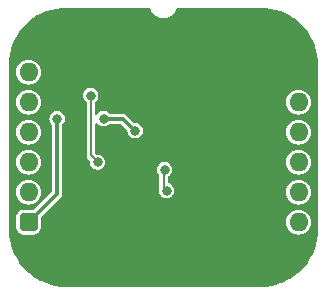
<source format=gbl>
%TF.GenerationSoftware,KiCad,Pcbnew,8.0.4*%
%TF.CreationDate,2024-08-12T20:09:22+02:00*%
%TF.ProjectId,W65C816 Latch,57363543-3831-4362-904c-617463682e6b,V1*%
%TF.SameCoordinates,PX54c81a0PY37b6b20*%
%TF.FileFunction,Copper,L2,Bot*%
%TF.FilePolarity,Positive*%
%FSLAX46Y46*%
G04 Gerber Fmt 4.6, Leading zero omitted, Abs format (unit mm)*
G04 Created by KiCad (PCBNEW 8.0.4) date 2024-08-12 20:09:22*
%MOMM*%
%LPD*%
G01*
G04 APERTURE LIST*
G04 Aperture macros list*
%AMRoundRect*
0 Rectangle with rounded corners*
0 $1 Rounding radius*
0 $2 $3 $4 $5 $6 $7 $8 $9 X,Y pos of 4 corners*
0 Add a 4 corners polygon primitive as box body*
4,1,4,$2,$3,$4,$5,$6,$7,$8,$9,$2,$3,0*
0 Add four circle primitives for the rounded corners*
1,1,$1+$1,$2,$3*
1,1,$1+$1,$4,$5*
1,1,$1+$1,$6,$7*
1,1,$1+$1,$8,$9*
0 Add four rect primitives between the rounded corners*
20,1,$1+$1,$2,$3,$4,$5,0*
20,1,$1+$1,$4,$5,$6,$7,0*
20,1,$1+$1,$6,$7,$8,$9,0*
20,1,$1+$1,$8,$9,$2,$3,0*%
G04 Aperture macros list end*
%TA.AperFunction,ComponentPad*%
%ADD10O,1.600000X1.600000*%
%TD*%
%TA.AperFunction,ComponentPad*%
%ADD11RoundRect,0.400000X-0.400000X-0.400000X0.400000X-0.400000X0.400000X0.400000X-0.400000X0.400000X0*%
%TD*%
%TA.AperFunction,ComponentPad*%
%ADD12R,1.600000X1.600000*%
%TD*%
%TA.AperFunction,ViaPad*%
%ADD13C,0.800000*%
%TD*%
%TA.AperFunction,Conductor*%
%ADD14C,0.380000*%
%TD*%
%TA.AperFunction,Conductor*%
%ADD15C,0.200000*%
%TD*%
G04 APERTURE END LIST*
D10*
%TO.P,J2,1,Pin_1*%
%TO.N,unconnected-(J2-Pin_1-Pad1)*%
X0Y0D03*
%TO.P,J2,2,Pin_2*%
%TO.N,unconnected-(J2-Pin_2-Pad2)*%
X0Y-2540000D03*
%TO.P,J2,3,Pin_3*%
%TO.N,/~{PHI2}*%
X0Y-5080000D03*
%TO.P,J2,4,Pin_4*%
%TO.N,unconnected-(J2-Pin_4-Pad4)*%
X0Y-7620000D03*
%TO.P,J2,5,Pin_5*%
%TO.N,unconnected-(J2-Pin_5-Pad5)*%
X0Y-10160000D03*
D11*
%TO.P,J2,6,Pin_6*%
%TO.N,3.3V*%
X0Y-12700000D03*
D10*
%TO.P,J2,7,Pin_7*%
%TO.N,unconnected-(J2-Pin_7-Pad7)*%
X22860000Y-12700000D03*
%TO.P,J2,8,Pin_8*%
%TO.N,unconnected-(J2-Pin_8-Pad8)*%
X22860000Y-10160000D03*
%TO.P,J2,9,Pin_9*%
%TO.N,/~{Trans Out}*%
X22860000Y-7620000D03*
%TO.P,J2,10,Pin_10*%
%TO.N,/Bank Latch*%
X22860000Y-5080000D03*
%TO.P,J2,11,Pin_11*%
%TO.N,unconnected-(J2-Pin_11-Pad11)*%
X22860000Y-2540000D03*
D12*
%TO.P,J2,12,Pin_12*%
%TO.N,GND*%
X22860000Y0D03*
%TD*%
D13*
%TO.N,GND*%
X6225000Y-8805944D03*
X13970000Y-127000D03*
X11939252Y-6917037D03*
%TO.N,3.3V*%
X2413000Y-3937000D03*
X6350000Y-3937000D03*
X9017000Y-4953000D03*
%TO.N,Net-(IC1-4Y)*%
X11514502Y-8255000D03*
X11684000Y-10033000D03*
%TO.N,Net-(IC1-2Y)*%
X5264919Y-1974081D03*
X5842000Y-7620000D03*
%TD*%
D14*
%TO.N,GND*%
X8113907Y-6917037D02*
X6225000Y-8805944D01*
X13970000Y-4886289D02*
X11939252Y-6917037D01*
X13970000Y-127000D02*
X13970000Y-4886289D01*
X11939252Y-6917037D02*
X8113907Y-6917037D01*
%TO.N,3.3V*%
X8001000Y-3937000D02*
X6350000Y-3937000D01*
X2413000Y-10287000D02*
X2413000Y-3937000D01*
X0Y-12700000D02*
X2413000Y-10287000D01*
X9017000Y-4953000D02*
X8001000Y-3937000D01*
D15*
%TO.N,Net-(IC1-4Y)*%
X11514502Y-8255000D02*
X11430000Y-8339502D01*
X11430000Y-8339502D02*
X11430000Y-9779000D01*
X11430000Y-9779000D02*
X11684000Y-10033000D01*
%TO.N,Net-(IC1-2Y)*%
X5264919Y-1974081D02*
X5264919Y-7042919D01*
X5264919Y-7042919D02*
X5842000Y-7620000D01*
%TD*%
%TA.AperFunction,Conductor*%
%TO.N,GND*%
G36*
X21721042Y5014081D02*
G01*
X21730834Y5009515D01*
X22094965Y4819961D01*
X22104305Y4814568D01*
X22428511Y4608026D01*
X22450516Y4594007D01*
X22459377Y4587803D01*
X22785050Y4337906D01*
X22793337Y4330952D01*
X23095980Y4053630D01*
X23103629Y4045981D01*
X23380951Y3743338D01*
X23387905Y3735051D01*
X23637802Y3409378D01*
X23644006Y3400517D01*
X23864559Y3054320D01*
X23869968Y3044952D01*
X24059511Y2680841D01*
X24064083Y2671037D01*
X24221173Y2291791D01*
X24224872Y2281628D01*
X24264077Y2157285D01*
X24348311Y1890131D01*
X24351111Y1879681D01*
X24439958Y1478916D01*
X24441836Y1468263D01*
X24495415Y1061289D01*
X24496358Y1050513D01*
X24514382Y637703D01*
X24514500Y632294D01*
X24514500Y-13332293D01*
X24514382Y-13337702D01*
X24496358Y-13750512D01*
X24495415Y-13761288D01*
X24441836Y-14168262D01*
X24439958Y-14178915D01*
X24351111Y-14579680D01*
X24348311Y-14590130D01*
X24224873Y-14981625D01*
X24221173Y-14991790D01*
X24064083Y-15371036D01*
X24059511Y-15380840D01*
X23869968Y-15744951D01*
X23864559Y-15754319D01*
X23644006Y-16100516D01*
X23637802Y-16109377D01*
X23387905Y-16435050D01*
X23380951Y-16443337D01*
X23103629Y-16745980D01*
X23095980Y-16753629D01*
X22793337Y-17030951D01*
X22785050Y-17037905D01*
X22459377Y-17287802D01*
X22450516Y-17294006D01*
X22104319Y-17514559D01*
X22094951Y-17519968D01*
X21730840Y-17709511D01*
X21721036Y-17714083D01*
X21590000Y-17768359D01*
X21590000Y-12700000D01*
X21804417Y-12700000D01*
X21824699Y-12905932D01*
X21824700Y-12905934D01*
X21884768Y-13103954D01*
X21982315Y-13286450D01*
X21982317Y-13286452D01*
X22113589Y-13446410D01*
X22210209Y-13525702D01*
X22273550Y-13577685D01*
X22456046Y-13675232D01*
X22654066Y-13735300D01*
X22654065Y-13735300D01*
X22672529Y-13737118D01*
X22860000Y-13755583D01*
X23065934Y-13735300D01*
X23263954Y-13675232D01*
X23446450Y-13577685D01*
X23606410Y-13446410D01*
X23737685Y-13286450D01*
X23835232Y-13103954D01*
X23895300Y-12905934D01*
X23915583Y-12700000D01*
X23895300Y-12494066D01*
X23835232Y-12296046D01*
X23737685Y-12113550D01*
X23685702Y-12050209D01*
X23606410Y-11953589D01*
X23446452Y-11822317D01*
X23446453Y-11822317D01*
X23446450Y-11822315D01*
X23263954Y-11724768D01*
X23065934Y-11664700D01*
X23065932Y-11664699D01*
X23065934Y-11664699D01*
X22860000Y-11644417D01*
X22654067Y-11664699D01*
X22456043Y-11724769D01*
X22345898Y-11783643D01*
X22273550Y-11822315D01*
X22273548Y-11822316D01*
X22273547Y-11822317D01*
X22113589Y-11953589D01*
X21982317Y-12113547D01*
X21884769Y-12296043D01*
X21824699Y-12494067D01*
X21804417Y-12700000D01*
X21590000Y-12700000D01*
X21590000Y-10160000D01*
X21804417Y-10160000D01*
X21824699Y-10365932D01*
X21824700Y-10365934D01*
X21884768Y-10563954D01*
X21982315Y-10746450D01*
X21982317Y-10746452D01*
X22113589Y-10906410D01*
X22210209Y-10985702D01*
X22273550Y-11037685D01*
X22456046Y-11135232D01*
X22654066Y-11195300D01*
X22654065Y-11195300D01*
X22672529Y-11197118D01*
X22860000Y-11215583D01*
X23065934Y-11195300D01*
X23263954Y-11135232D01*
X23446450Y-11037685D01*
X23606410Y-10906410D01*
X23737685Y-10746450D01*
X23835232Y-10563954D01*
X23895300Y-10365934D01*
X23915583Y-10160000D01*
X23895300Y-9954066D01*
X23835232Y-9756046D01*
X23737685Y-9573550D01*
X23685702Y-9510209D01*
X23606410Y-9413589D01*
X23446452Y-9282317D01*
X23446453Y-9282317D01*
X23446450Y-9282315D01*
X23263954Y-9184768D01*
X23065934Y-9124700D01*
X23065932Y-9124699D01*
X23065934Y-9124699D01*
X22860000Y-9104417D01*
X22654067Y-9124699D01*
X22456043Y-9184769D01*
X22345898Y-9243643D01*
X22273550Y-9282315D01*
X22273548Y-9282316D01*
X22273547Y-9282317D01*
X22113589Y-9413589D01*
X21982317Y-9573547D01*
X21884769Y-9756043D01*
X21824699Y-9954067D01*
X21804417Y-10160000D01*
X21590000Y-10160000D01*
X21590000Y-7620000D01*
X21804417Y-7620000D01*
X21824699Y-7825932D01*
X21824700Y-7825934D01*
X21884768Y-8023954D01*
X21982315Y-8206450D01*
X21982317Y-8206452D01*
X22113589Y-8366410D01*
X22210209Y-8445702D01*
X22273550Y-8497685D01*
X22456046Y-8595232D01*
X22654066Y-8655300D01*
X22654065Y-8655300D01*
X22672529Y-8657118D01*
X22860000Y-8675583D01*
X23065934Y-8655300D01*
X23263954Y-8595232D01*
X23446450Y-8497685D01*
X23606410Y-8366410D01*
X23737685Y-8206450D01*
X23835232Y-8023954D01*
X23895300Y-7825934D01*
X23915583Y-7620000D01*
X23895300Y-7414066D01*
X23835232Y-7216046D01*
X23737685Y-7033550D01*
X23685702Y-6970209D01*
X23606410Y-6873589D01*
X23446452Y-6742317D01*
X23446453Y-6742317D01*
X23446450Y-6742315D01*
X23263954Y-6644768D01*
X23065934Y-6584700D01*
X23065932Y-6584699D01*
X23065934Y-6584699D01*
X22860000Y-6564417D01*
X22654067Y-6584699D01*
X22456043Y-6644769D01*
X22345898Y-6703643D01*
X22273550Y-6742315D01*
X22273548Y-6742316D01*
X22273547Y-6742317D01*
X22113589Y-6873589D01*
X21982317Y-7033547D01*
X21884769Y-7216043D01*
X21824699Y-7414067D01*
X21804417Y-7620000D01*
X21590000Y-7620000D01*
X21590000Y-5080000D01*
X21804417Y-5080000D01*
X21824699Y-5285932D01*
X21824700Y-5285934D01*
X21884768Y-5483954D01*
X21982315Y-5666450D01*
X21982317Y-5666452D01*
X22113589Y-5826410D01*
X22210209Y-5905702D01*
X22273550Y-5957685D01*
X22456046Y-6055232D01*
X22654066Y-6115300D01*
X22654065Y-6115300D01*
X22672529Y-6117118D01*
X22860000Y-6135583D01*
X23065934Y-6115300D01*
X23263954Y-6055232D01*
X23446450Y-5957685D01*
X23606410Y-5826410D01*
X23737685Y-5666450D01*
X23835232Y-5483954D01*
X23895300Y-5285934D01*
X23915583Y-5080000D01*
X23895300Y-4874066D01*
X23835232Y-4676046D01*
X23737685Y-4493550D01*
X23685702Y-4430209D01*
X23606410Y-4333589D01*
X23446452Y-4202317D01*
X23446453Y-4202317D01*
X23446450Y-4202315D01*
X23263954Y-4104768D01*
X23065934Y-4044700D01*
X23065932Y-4044699D01*
X23065934Y-4044699D01*
X22860000Y-4024417D01*
X22654067Y-4044699D01*
X22456043Y-4104769D01*
X22345898Y-4163643D01*
X22273550Y-4202315D01*
X22273548Y-4202316D01*
X22273547Y-4202317D01*
X22113589Y-4333589D01*
X21982317Y-4493547D01*
X21884769Y-4676043D01*
X21824699Y-4874067D01*
X21804417Y-5080000D01*
X21590000Y-5080000D01*
X21590000Y-2540000D01*
X21804417Y-2540000D01*
X21824699Y-2745932D01*
X21824700Y-2745934D01*
X21884768Y-2943954D01*
X21982315Y-3126450D01*
X21982317Y-3126452D01*
X22113589Y-3286410D01*
X22210209Y-3365702D01*
X22273550Y-3417685D01*
X22456046Y-3515232D01*
X22654066Y-3575300D01*
X22654065Y-3575300D01*
X22672529Y-3577118D01*
X22860000Y-3595583D01*
X23065934Y-3575300D01*
X23263954Y-3515232D01*
X23446450Y-3417685D01*
X23606410Y-3286410D01*
X23737685Y-3126450D01*
X23835232Y-2943954D01*
X23895300Y-2745934D01*
X23915583Y-2540000D01*
X23895300Y-2334066D01*
X23835232Y-2136046D01*
X23737685Y-1953550D01*
X23685702Y-1890209D01*
X23606410Y-1793589D01*
X23446452Y-1662317D01*
X23446453Y-1662317D01*
X23446450Y-1662315D01*
X23263954Y-1564768D01*
X23065934Y-1504700D01*
X23065932Y-1504699D01*
X23065934Y-1504699D01*
X22860000Y-1484417D01*
X22654067Y-1504699D01*
X22456043Y-1564769D01*
X22345898Y-1623643D01*
X22273550Y-1662315D01*
X22273548Y-1662316D01*
X22273547Y-1662317D01*
X22113589Y-1793589D01*
X21982317Y-1953547D01*
X21884769Y-2136043D01*
X21824699Y-2334067D01*
X21804417Y-2540000D01*
X21590000Y-2540000D01*
X21590000Y5068361D01*
X21721042Y5014081D01*
G37*
%TD.AperFunction*%
%TD*%
%TA.AperFunction,Conductor*%
%TO.N,GND*%
G36*
X1270000Y-10807038D02*
G01*
X463858Y-11613181D01*
X402535Y-11646666D01*
X376177Y-11649500D01*
X-465702Y-11649500D01*
X-502568Y-11652401D01*
X-502574Y-11652402D01*
X-660394Y-11698254D01*
X-660397Y-11698255D01*
X-801863Y-11781917D01*
X-801871Y-11781923D01*
X-918077Y-11898129D01*
X-918083Y-11898137D01*
X-1001745Y-12039603D01*
X-1001746Y-12039606D01*
X-1047598Y-12197426D01*
X-1047599Y-12197432D01*
X-1050500Y-12234298D01*
X-1050500Y-13165701D01*
X-1047599Y-13202567D01*
X-1047598Y-13202573D01*
X-1001746Y-13360393D01*
X-1001745Y-13360396D01*
X-918083Y-13501862D01*
X-918077Y-13501870D01*
X-801871Y-13618076D01*
X-801867Y-13618079D01*
X-801865Y-13618081D01*
X-660398Y-13701744D01*
X-618776Y-13713836D01*
X-502574Y-13747597D01*
X-502571Y-13747597D01*
X-502569Y-13747598D01*
X-465694Y-13750500D01*
X-465686Y-13750500D01*
X465686Y-13750500D01*
X465694Y-13750500D01*
X502569Y-13747598D01*
X502571Y-13747597D01*
X502573Y-13747597D01*
X544191Y-13735505D01*
X660398Y-13701744D01*
X801865Y-13618081D01*
X918081Y-13501865D01*
X1001744Y-13360398D01*
X1047598Y-13202569D01*
X1050500Y-13165694D01*
X1050500Y-12323823D01*
X1070185Y-12256784D01*
X1086819Y-12236142D01*
X1270000Y-12052961D01*
X1270000Y-17768359D01*
X1138964Y-17714083D01*
X1129159Y-17709511D01*
X1007928Y-17646402D01*
X765042Y-17519964D01*
X755686Y-17514563D01*
X582581Y-17404282D01*
X409483Y-17294006D01*
X400622Y-17287802D01*
X74949Y-17037905D01*
X66662Y-17030951D01*
X-235981Y-16753629D01*
X-243630Y-16745980D01*
X-520952Y-16443337D01*
X-527906Y-16435050D01*
X-777803Y-16109377D01*
X-784007Y-16100516D01*
X-806037Y-16065936D01*
X-1004568Y-15754305D01*
X-1009961Y-15744965D01*
X-1199515Y-15380834D01*
X-1204084Y-15371036D01*
X-1361180Y-14991775D01*
X-1364869Y-14981640D01*
X-1488318Y-14590111D01*
X-1491107Y-14579699D01*
X-1579962Y-14178898D01*
X-1581834Y-14168279D01*
X-1635418Y-13761268D01*
X-1636358Y-13750533D01*
X-1654382Y-13337702D01*
X-1654500Y-13332293D01*
X-1654500Y-10160000D01*
X-1055583Y-10160000D01*
X-1035301Y-10365932D01*
X-1035300Y-10365934D01*
X-975232Y-10563954D01*
X-877685Y-10746450D01*
X-877683Y-10746452D01*
X-746411Y-10906410D01*
X-649791Y-10985702D01*
X-586450Y-11037685D01*
X-403954Y-11135232D01*
X-205934Y-11195300D01*
X-205935Y-11195300D01*
X-187471Y-11197118D01*
X0Y-11215583D01*
X205934Y-11195300D01*
X403954Y-11135232D01*
X586450Y-11037685D01*
X746410Y-10906410D01*
X877685Y-10746450D01*
X975232Y-10563954D01*
X1035300Y-10365934D01*
X1055583Y-10160000D01*
X1035300Y-9954066D01*
X975232Y-9756046D01*
X877685Y-9573550D01*
X825702Y-9510209D01*
X746410Y-9413589D01*
X586452Y-9282317D01*
X586453Y-9282317D01*
X586450Y-9282315D01*
X403954Y-9184768D01*
X205934Y-9124700D01*
X205932Y-9124699D01*
X205934Y-9124699D01*
X0Y-9104417D01*
X-205933Y-9124699D01*
X-403957Y-9184769D01*
X-514102Y-9243643D01*
X-586450Y-9282315D01*
X-586452Y-9282316D01*
X-586453Y-9282317D01*
X-746411Y-9413589D01*
X-877683Y-9573547D01*
X-975231Y-9756043D01*
X-1035301Y-9954067D01*
X-1055583Y-10160000D01*
X-1654500Y-10160000D01*
X-1654500Y-7620000D01*
X-1055583Y-7620000D01*
X-1035301Y-7825932D01*
X-1035300Y-7825934D01*
X-975232Y-8023954D01*
X-877685Y-8206450D01*
X-877683Y-8206452D01*
X-746411Y-8366410D01*
X-649791Y-8445702D01*
X-586450Y-8497685D01*
X-403954Y-8595232D01*
X-205934Y-8655300D01*
X-205935Y-8655300D01*
X-187471Y-8657118D01*
X0Y-8675583D01*
X205934Y-8655300D01*
X403954Y-8595232D01*
X586450Y-8497685D01*
X746410Y-8366410D01*
X877685Y-8206450D01*
X975232Y-8023954D01*
X1035300Y-7825934D01*
X1055583Y-7620000D01*
X1035300Y-7414066D01*
X975232Y-7216046D01*
X877685Y-7033550D01*
X825702Y-6970209D01*
X746410Y-6873589D01*
X586452Y-6742317D01*
X586453Y-6742317D01*
X586450Y-6742315D01*
X403954Y-6644768D01*
X205934Y-6584700D01*
X205932Y-6584699D01*
X205934Y-6584699D01*
X0Y-6564417D01*
X-205933Y-6584699D01*
X-403957Y-6644769D01*
X-514102Y-6703643D01*
X-586450Y-6742315D01*
X-586452Y-6742316D01*
X-586453Y-6742317D01*
X-746411Y-6873589D01*
X-877683Y-7033547D01*
X-975231Y-7216043D01*
X-1035301Y-7414067D01*
X-1055583Y-7620000D01*
X-1654500Y-7620000D01*
X-1654500Y-5080000D01*
X-1055583Y-5080000D01*
X-1035301Y-5285932D01*
X-1035300Y-5285934D01*
X-975232Y-5483954D01*
X-877685Y-5666450D01*
X-877683Y-5666452D01*
X-746411Y-5826410D01*
X-649791Y-5905702D01*
X-586450Y-5957685D01*
X-403954Y-6055232D01*
X-205934Y-6115300D01*
X-205935Y-6115300D01*
X-187471Y-6117118D01*
X0Y-6135583D01*
X205934Y-6115300D01*
X403954Y-6055232D01*
X586450Y-5957685D01*
X746410Y-5826410D01*
X877685Y-5666450D01*
X975232Y-5483954D01*
X1035300Y-5285934D01*
X1055583Y-5080000D01*
X1035300Y-4874066D01*
X975232Y-4676046D01*
X877685Y-4493550D01*
X825702Y-4430209D01*
X746410Y-4333589D01*
X586452Y-4202317D01*
X586453Y-4202317D01*
X586450Y-4202315D01*
X403954Y-4104768D01*
X205934Y-4044700D01*
X205932Y-4044699D01*
X205934Y-4044699D01*
X0Y-4024417D01*
X-205933Y-4044699D01*
X-403957Y-4104769D01*
X-514102Y-4163643D01*
X-586450Y-4202315D01*
X-586452Y-4202316D01*
X-586453Y-4202317D01*
X-746411Y-4333589D01*
X-877683Y-4493547D01*
X-975231Y-4676043D01*
X-1035301Y-4874067D01*
X-1055583Y-5080000D01*
X-1654500Y-5080000D01*
X-1654500Y-2540000D01*
X-1055583Y-2540000D01*
X-1035301Y-2745932D01*
X-1035300Y-2745934D01*
X-975232Y-2943954D01*
X-877685Y-3126450D01*
X-877683Y-3126452D01*
X-746411Y-3286410D01*
X-649791Y-3365702D01*
X-586450Y-3417685D01*
X-403954Y-3515232D01*
X-205934Y-3575300D01*
X-205935Y-3575300D01*
X-187471Y-3577118D01*
X0Y-3595583D01*
X205934Y-3575300D01*
X403954Y-3515232D01*
X586450Y-3417685D01*
X746410Y-3286410D01*
X877685Y-3126450D01*
X975232Y-2943954D01*
X1035300Y-2745934D01*
X1055583Y-2540000D01*
X1035300Y-2334066D01*
X975232Y-2136046D01*
X877685Y-1953550D01*
X825702Y-1890209D01*
X746410Y-1793589D01*
X586452Y-1662317D01*
X586453Y-1662317D01*
X586450Y-1662315D01*
X403954Y-1564768D01*
X205934Y-1504700D01*
X205932Y-1504699D01*
X205934Y-1504699D01*
X0Y-1484417D01*
X-205933Y-1504699D01*
X-403957Y-1564769D01*
X-514102Y-1623643D01*
X-586450Y-1662315D01*
X-586452Y-1662316D01*
X-586453Y-1662317D01*
X-746411Y-1793589D01*
X-877683Y-1953547D01*
X-975231Y-2136043D01*
X-1035301Y-2334067D01*
X-1055583Y-2540000D01*
X-1654500Y-2540000D01*
X-1654500Y0D01*
X-1055583Y0D01*
X-1035301Y-205932D01*
X-1035300Y-205934D01*
X-975232Y-403954D01*
X-877685Y-586450D01*
X-877683Y-586452D01*
X-746411Y-746410D01*
X-649791Y-825702D01*
X-586450Y-877685D01*
X-403954Y-975232D01*
X-205934Y-1035300D01*
X-205935Y-1035300D01*
X-187471Y-1037118D01*
X0Y-1055583D01*
X205934Y-1035300D01*
X403954Y-975232D01*
X586450Y-877685D01*
X746410Y-746410D01*
X877685Y-586450D01*
X975232Y-403954D01*
X1035300Y-205934D01*
X1055583Y0D01*
X1035300Y205934D01*
X975232Y403954D01*
X877685Y586450D01*
X796949Y684828D01*
X746410Y746411D01*
X586452Y877683D01*
X586453Y877683D01*
X586450Y877685D01*
X403954Y975232D01*
X205934Y1035300D01*
X205932Y1035301D01*
X205934Y1035301D01*
X0Y1055583D01*
X-205933Y1035301D01*
X-403957Y975231D01*
X-514102Y916357D01*
X-586450Y877685D01*
X-586452Y877684D01*
X-586453Y877683D01*
X-746411Y746411D01*
X-877683Y586453D01*
X-975231Y403957D01*
X-1035301Y205933D01*
X-1055583Y0D01*
X-1654500Y0D01*
X-1654500Y632294D01*
X-1654382Y637703D01*
X-1636358Y1050536D01*
X-1635418Y1061268D01*
X-1581834Y1468284D01*
X-1579963Y1478895D01*
X-1491106Y1879706D01*
X-1488319Y1890106D01*
X-1364867Y2281648D01*
X-1361183Y2291769D01*
X-1204078Y2671052D01*
X-1199520Y2680826D01*
X-1009956Y3044976D01*
X-1004574Y3054297D01*
X-784001Y3400527D01*
X-777810Y3409370D01*
X-527899Y3735060D01*
X-520961Y3743329D01*
X-243620Y4045992D01*
X-235992Y4053620D01*
X66671Y4330961D01*
X74940Y4337899D01*
X400630Y4587810D01*
X409473Y4594001D01*
X755703Y4814574D01*
X765024Y4819956D01*
X1129174Y5009520D01*
X1138948Y5014078D01*
X1270000Y5068361D01*
X1270000Y-10807038D01*
G37*
%TD.AperFunction*%
%TD*%
%TA.AperFunction,Conductor*%
%TO.N,GND*%
G36*
X10288757Y5444815D02*
G01*
X10334512Y5392011D01*
X10338240Y5382911D01*
X10393316Y5231590D01*
X10393319Y5231583D01*
X10402431Y5215801D01*
X10473613Y5092509D01*
X10493008Y5058917D01*
X10493012Y5058910D01*
X10532364Y5012013D01*
X10621174Y4906174D01*
X10773913Y4778010D01*
X10946587Y4678317D01*
X11133949Y4610123D01*
X11330307Y4575500D01*
X11330309Y4575500D01*
X11529691Y4575500D01*
X11529693Y4575500D01*
X11726051Y4610123D01*
X11913413Y4678317D01*
X12086087Y4778010D01*
X12238826Y4906174D01*
X12366990Y5058913D01*
X12466683Y5231587D01*
X12521760Y5382912D01*
X12563186Y5439174D01*
X12628455Y5464110D01*
X12638282Y5464500D01*
X19640830Y5464500D01*
X19682294Y5464500D01*
X19687702Y5464383D01*
X20100533Y5446358D01*
X20111268Y5445418D01*
X20518279Y5391834D01*
X20528898Y5389962D01*
X20929699Y5301107D01*
X20940111Y5298318D01*
X21331640Y5174869D01*
X21341775Y5171180D01*
X21590000Y5068361D01*
X21590000Y-17768360D01*
X21341790Y-17871173D01*
X21331625Y-17874873D01*
X20940130Y-17998311D01*
X20929680Y-18001111D01*
X20528915Y-18089958D01*
X20518262Y-18091836D01*
X20111288Y-18145415D01*
X20100512Y-18146358D01*
X19687703Y-18164382D01*
X19682294Y-18164500D01*
X3177706Y-18164500D01*
X3172297Y-18164382D01*
X2759487Y-18146358D01*
X2748711Y-18145415D01*
X2341737Y-18091836D01*
X2331084Y-18089958D01*
X2293573Y-18081642D01*
X1930316Y-18001110D01*
X1919873Y-17998312D01*
X1528372Y-17874872D01*
X1518209Y-17871173D01*
X1270000Y-17768360D01*
X1270000Y-12052961D01*
X2765488Y-10557474D01*
X2823481Y-10457027D01*
X2853500Y-10344994D01*
X2853500Y-10229007D01*
X2853500Y-4471618D01*
X2873185Y-4404579D01*
X2895274Y-4378801D01*
X2903483Y-4371530D01*
X2993220Y-4241523D01*
X3049237Y-4093818D01*
X3068278Y-3937000D01*
X3049237Y-3780182D01*
X2993220Y-3632477D01*
X2903483Y-3502470D01*
X2785240Y-3397717D01*
X2785238Y-3397716D01*
X2785237Y-3397715D01*
X2645365Y-3324303D01*
X2491986Y-3286500D01*
X2491985Y-3286500D01*
X2334015Y-3286500D01*
X2334014Y-3286500D01*
X2180634Y-3324303D01*
X2040762Y-3397715D01*
X1922516Y-3502471D01*
X1832781Y-3632475D01*
X1832780Y-3632476D01*
X1776762Y-3780181D01*
X1757722Y-3936999D01*
X1757722Y-3937000D01*
X1776762Y-4093818D01*
X1832780Y-4241523D01*
X1832781Y-4241524D01*
X1900962Y-4340303D01*
X1922517Y-4371530D01*
X1930723Y-4378800D01*
X1967852Y-4437987D01*
X1972500Y-4471618D01*
X1972500Y-10053176D01*
X1952815Y-10120215D01*
X1936181Y-10140857D01*
X1270000Y-10807038D01*
X1270000Y-1974080D01*
X4609641Y-1974080D01*
X4609641Y-1974081D01*
X4628681Y-2130899D01*
X4684699Y-2278604D01*
X4684700Y-2278605D01*
X4774436Y-2408612D01*
X4835028Y-2462291D01*
X4872645Y-2495616D01*
X4909772Y-2554804D01*
X4914419Y-2588431D01*
X4914419Y-7089062D01*
X4935971Y-7169497D01*
X4938304Y-7178205D01*
X4938306Y-7178209D01*
X4984446Y-7258127D01*
X4984450Y-7258132D01*
X5161309Y-7434991D01*
X5194794Y-7496314D01*
X5196724Y-7537617D01*
X5186722Y-7619999D01*
X5186722Y-7620000D01*
X5205762Y-7776818D01*
X5222318Y-7820471D01*
X5261780Y-7924523D01*
X5351517Y-8054530D01*
X5469760Y-8159283D01*
X5469762Y-8159284D01*
X5609634Y-8232696D01*
X5763014Y-8270500D01*
X5763015Y-8270500D01*
X5920985Y-8270500D01*
X5983876Y-8254999D01*
X10859224Y-8254999D01*
X10859224Y-8255000D01*
X10878264Y-8411818D01*
X10934282Y-8559523D01*
X10934283Y-8559524D01*
X11024019Y-8689530D01*
X11037725Y-8701672D01*
X11074853Y-8760860D01*
X11079500Y-8794489D01*
X11079500Y-9769774D01*
X11071442Y-9813745D01*
X11047763Y-9876181D01*
X11028722Y-10032999D01*
X11028722Y-10033000D01*
X11047762Y-10189818D01*
X11062625Y-10229007D01*
X11103780Y-10337523D01*
X11193517Y-10467530D01*
X11311760Y-10572283D01*
X11311762Y-10572284D01*
X11451634Y-10645696D01*
X11605014Y-10683500D01*
X11605015Y-10683500D01*
X11762985Y-10683500D01*
X11916365Y-10645696D01*
X12056240Y-10572283D01*
X12174483Y-10467530D01*
X12264220Y-10337523D01*
X12320237Y-10189818D01*
X12339278Y-10033000D01*
X12320237Y-9876182D01*
X12264220Y-9728477D01*
X12174483Y-9598470D01*
X12056240Y-9493717D01*
X12056238Y-9493716D01*
X12056237Y-9493715D01*
X11916367Y-9420304D01*
X11874824Y-9410065D01*
X11814444Y-9374908D01*
X11782656Y-9312689D01*
X11780500Y-9289668D01*
X11780500Y-8925003D01*
X11800185Y-8857964D01*
X11846876Y-8815206D01*
X11886734Y-8794287D01*
X11886732Y-8794287D01*
X11886742Y-8794283D01*
X12004985Y-8689530D01*
X12094722Y-8559523D01*
X12150739Y-8411818D01*
X12169780Y-8255000D01*
X12150739Y-8098182D01*
X12094722Y-7950477D01*
X12004985Y-7820470D01*
X11886742Y-7715717D01*
X11886740Y-7715716D01*
X11886739Y-7715715D01*
X11746867Y-7642303D01*
X11593488Y-7604500D01*
X11593487Y-7604500D01*
X11435517Y-7604500D01*
X11435516Y-7604500D01*
X11282136Y-7642303D01*
X11142264Y-7715715D01*
X11024018Y-7820471D01*
X10934283Y-7950475D01*
X10934282Y-7950476D01*
X10878264Y-8098181D01*
X10859224Y-8254999D01*
X5983876Y-8254999D01*
X6074365Y-8232696D01*
X6214240Y-8159283D01*
X6332483Y-8054530D01*
X6422220Y-7924523D01*
X6478237Y-7776818D01*
X6497278Y-7620000D01*
X6478237Y-7463182D01*
X6422220Y-7315477D01*
X6332483Y-7185470D01*
X6214240Y-7080717D01*
X6214238Y-7080716D01*
X6214237Y-7080715D01*
X6074365Y-7007303D01*
X5920986Y-6969500D01*
X5920985Y-6969500D01*
X5763015Y-6969500D01*
X5763013Y-6969500D01*
X5755572Y-6970404D01*
X5755184Y-6967209D01*
X5699662Y-6964476D01*
X5652724Y-6935042D01*
X5651738Y-6934056D01*
X5618253Y-6872733D01*
X5615419Y-6846375D01*
X5615419Y-4415822D01*
X5635104Y-4348783D01*
X5687908Y-4303028D01*
X5757066Y-4293084D01*
X5820622Y-4322109D01*
X5841466Y-4345378D01*
X5859517Y-4371530D01*
X5977760Y-4476283D01*
X5977762Y-4476284D01*
X6117634Y-4549696D01*
X6271014Y-4587500D01*
X6271015Y-4587500D01*
X6428985Y-4587500D01*
X6582365Y-4549696D01*
X6722240Y-4476283D01*
X6798544Y-4408683D01*
X6861778Y-4378963D01*
X6880771Y-4377500D01*
X7767177Y-4377500D01*
X7834216Y-4397185D01*
X7854858Y-4413819D01*
X8326998Y-4885959D01*
X8360483Y-4947282D01*
X8362413Y-4958693D01*
X8380763Y-5109818D01*
X8436780Y-5257523D01*
X8526517Y-5387530D01*
X8644760Y-5492283D01*
X8644762Y-5492284D01*
X8784634Y-5565696D01*
X8938014Y-5603500D01*
X8938015Y-5603500D01*
X9095985Y-5603500D01*
X9249365Y-5565696D01*
X9389240Y-5492283D01*
X9507483Y-5387530D01*
X9597220Y-5257523D01*
X9653237Y-5109818D01*
X9672278Y-4953000D01*
X9653237Y-4796182D01*
X9597220Y-4648477D01*
X9507483Y-4518470D01*
X9389240Y-4413717D01*
X9389238Y-4413716D01*
X9389237Y-4413715D01*
X9249365Y-4340303D01*
X9095986Y-4302500D01*
X9095985Y-4302500D01*
X9040823Y-4302500D01*
X8973784Y-4282815D01*
X8953142Y-4266181D01*
X8271475Y-3584514D01*
X8271473Y-3584512D01*
X8210247Y-3549163D01*
X8171028Y-3526519D01*
X8081277Y-3502471D01*
X8058993Y-3496500D01*
X8058992Y-3496500D01*
X6880771Y-3496500D01*
X6813732Y-3476815D01*
X6798544Y-3465316D01*
X6790486Y-3458177D01*
X6722240Y-3397717D01*
X6722238Y-3397716D01*
X6722237Y-3397715D01*
X6582365Y-3324303D01*
X6428986Y-3286500D01*
X6428985Y-3286500D01*
X6271015Y-3286500D01*
X6271014Y-3286500D01*
X6117634Y-3324303D01*
X5977762Y-3397715D01*
X5859516Y-3502471D01*
X5841469Y-3528617D01*
X5787186Y-3572607D01*
X5717737Y-3580267D01*
X5655173Y-3549163D01*
X5619355Y-3489173D01*
X5615419Y-3458177D01*
X5615419Y-2588431D01*
X5635104Y-2521392D01*
X5657190Y-2495617D01*
X5755402Y-2408611D01*
X5845139Y-2278604D01*
X5901156Y-2130899D01*
X5920197Y-1974081D01*
X5901156Y-1817263D01*
X5845139Y-1669558D01*
X5755402Y-1539551D01*
X5637159Y-1434798D01*
X5637157Y-1434797D01*
X5637156Y-1434796D01*
X5497284Y-1361384D01*
X5343905Y-1323581D01*
X5343904Y-1323581D01*
X5185934Y-1323581D01*
X5185933Y-1323581D01*
X5032553Y-1361384D01*
X4892681Y-1434796D01*
X4774435Y-1539552D01*
X4684700Y-1669556D01*
X4684699Y-1669557D01*
X4628681Y-1817262D01*
X4609641Y-1974080D01*
X1270000Y-1974080D01*
X1270000Y5068361D01*
X1518231Y5171183D01*
X1528352Y5174867D01*
X1919894Y5298319D01*
X1930294Y5301106D01*
X2331105Y5389963D01*
X2341716Y5391834D01*
X2748732Y5445418D01*
X2759464Y5446358D01*
X3172297Y5464383D01*
X3177706Y5464500D01*
X3219170Y5464500D01*
X10221718Y5464500D01*
X10288757Y5444815D01*
G37*
%TD.AperFunction*%
%TD*%
M02*

</source>
